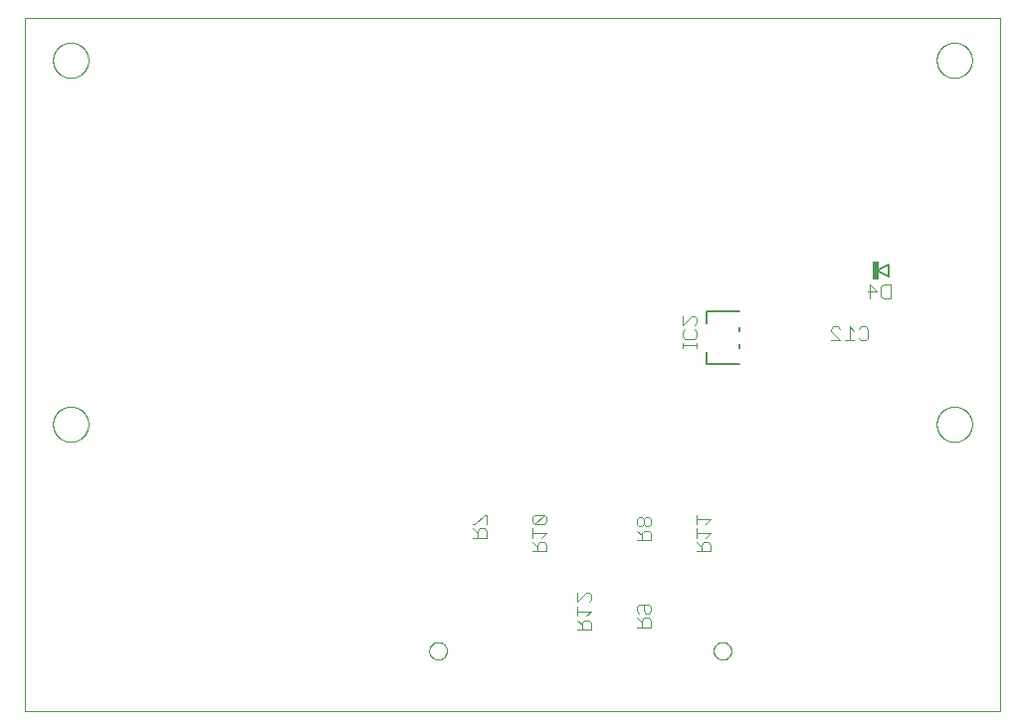
<source format=gbo>
G75*
%MOIN*%
%OFA0B0*%
%FSLAX25Y25*%
%IPPOS*%
%LPD*%
%AMOC8*
5,1,8,0,0,1.08239X$1,22.5*
%
%ADD10C,0.00000*%
%ADD11C,0.00400*%
%ADD12C,0.00800*%
%ADD13R,0.02400X0.06200*%
%ADD14C,0.00600*%
D10*
X0001500Y0001500D02*
X0001500Y0233783D01*
X0328272Y0233783D01*
X0328272Y0001500D01*
X0001500Y0001500D01*
X0011094Y0097500D02*
X0011096Y0097653D01*
X0011102Y0097807D01*
X0011112Y0097960D01*
X0011126Y0098112D01*
X0011144Y0098265D01*
X0011166Y0098416D01*
X0011191Y0098567D01*
X0011221Y0098718D01*
X0011255Y0098868D01*
X0011292Y0099016D01*
X0011333Y0099164D01*
X0011378Y0099310D01*
X0011427Y0099456D01*
X0011480Y0099600D01*
X0011536Y0099742D01*
X0011596Y0099883D01*
X0011660Y0100023D01*
X0011727Y0100161D01*
X0011798Y0100297D01*
X0011873Y0100431D01*
X0011950Y0100563D01*
X0012032Y0100693D01*
X0012116Y0100821D01*
X0012204Y0100947D01*
X0012295Y0101070D01*
X0012389Y0101191D01*
X0012487Y0101309D01*
X0012587Y0101425D01*
X0012691Y0101538D01*
X0012797Y0101649D01*
X0012906Y0101757D01*
X0013018Y0101862D01*
X0013132Y0101963D01*
X0013250Y0102062D01*
X0013369Y0102158D01*
X0013491Y0102251D01*
X0013616Y0102340D01*
X0013743Y0102427D01*
X0013872Y0102509D01*
X0014003Y0102589D01*
X0014136Y0102665D01*
X0014271Y0102738D01*
X0014408Y0102807D01*
X0014547Y0102872D01*
X0014687Y0102934D01*
X0014829Y0102992D01*
X0014972Y0103047D01*
X0015117Y0103098D01*
X0015263Y0103145D01*
X0015410Y0103188D01*
X0015558Y0103227D01*
X0015707Y0103263D01*
X0015857Y0103294D01*
X0016008Y0103322D01*
X0016159Y0103346D01*
X0016312Y0103366D01*
X0016464Y0103382D01*
X0016617Y0103394D01*
X0016770Y0103402D01*
X0016923Y0103406D01*
X0017077Y0103406D01*
X0017230Y0103402D01*
X0017383Y0103394D01*
X0017536Y0103382D01*
X0017688Y0103366D01*
X0017841Y0103346D01*
X0017992Y0103322D01*
X0018143Y0103294D01*
X0018293Y0103263D01*
X0018442Y0103227D01*
X0018590Y0103188D01*
X0018737Y0103145D01*
X0018883Y0103098D01*
X0019028Y0103047D01*
X0019171Y0102992D01*
X0019313Y0102934D01*
X0019453Y0102872D01*
X0019592Y0102807D01*
X0019729Y0102738D01*
X0019864Y0102665D01*
X0019997Y0102589D01*
X0020128Y0102509D01*
X0020257Y0102427D01*
X0020384Y0102340D01*
X0020509Y0102251D01*
X0020631Y0102158D01*
X0020750Y0102062D01*
X0020868Y0101963D01*
X0020982Y0101862D01*
X0021094Y0101757D01*
X0021203Y0101649D01*
X0021309Y0101538D01*
X0021413Y0101425D01*
X0021513Y0101309D01*
X0021611Y0101191D01*
X0021705Y0101070D01*
X0021796Y0100947D01*
X0021884Y0100821D01*
X0021968Y0100693D01*
X0022050Y0100563D01*
X0022127Y0100431D01*
X0022202Y0100297D01*
X0022273Y0100161D01*
X0022340Y0100023D01*
X0022404Y0099883D01*
X0022464Y0099742D01*
X0022520Y0099600D01*
X0022573Y0099456D01*
X0022622Y0099310D01*
X0022667Y0099164D01*
X0022708Y0099016D01*
X0022745Y0098868D01*
X0022779Y0098718D01*
X0022809Y0098567D01*
X0022834Y0098416D01*
X0022856Y0098265D01*
X0022874Y0098112D01*
X0022888Y0097960D01*
X0022898Y0097807D01*
X0022904Y0097653D01*
X0022906Y0097500D01*
X0022904Y0097347D01*
X0022898Y0097193D01*
X0022888Y0097040D01*
X0022874Y0096888D01*
X0022856Y0096735D01*
X0022834Y0096584D01*
X0022809Y0096433D01*
X0022779Y0096282D01*
X0022745Y0096132D01*
X0022708Y0095984D01*
X0022667Y0095836D01*
X0022622Y0095690D01*
X0022573Y0095544D01*
X0022520Y0095400D01*
X0022464Y0095258D01*
X0022404Y0095117D01*
X0022340Y0094977D01*
X0022273Y0094839D01*
X0022202Y0094703D01*
X0022127Y0094569D01*
X0022050Y0094437D01*
X0021968Y0094307D01*
X0021884Y0094179D01*
X0021796Y0094053D01*
X0021705Y0093930D01*
X0021611Y0093809D01*
X0021513Y0093691D01*
X0021413Y0093575D01*
X0021309Y0093462D01*
X0021203Y0093351D01*
X0021094Y0093243D01*
X0020982Y0093138D01*
X0020868Y0093037D01*
X0020750Y0092938D01*
X0020631Y0092842D01*
X0020509Y0092749D01*
X0020384Y0092660D01*
X0020257Y0092573D01*
X0020128Y0092491D01*
X0019997Y0092411D01*
X0019864Y0092335D01*
X0019729Y0092262D01*
X0019592Y0092193D01*
X0019453Y0092128D01*
X0019313Y0092066D01*
X0019171Y0092008D01*
X0019028Y0091953D01*
X0018883Y0091902D01*
X0018737Y0091855D01*
X0018590Y0091812D01*
X0018442Y0091773D01*
X0018293Y0091737D01*
X0018143Y0091706D01*
X0017992Y0091678D01*
X0017841Y0091654D01*
X0017688Y0091634D01*
X0017536Y0091618D01*
X0017383Y0091606D01*
X0017230Y0091598D01*
X0017077Y0091594D01*
X0016923Y0091594D01*
X0016770Y0091598D01*
X0016617Y0091606D01*
X0016464Y0091618D01*
X0016312Y0091634D01*
X0016159Y0091654D01*
X0016008Y0091678D01*
X0015857Y0091706D01*
X0015707Y0091737D01*
X0015558Y0091773D01*
X0015410Y0091812D01*
X0015263Y0091855D01*
X0015117Y0091902D01*
X0014972Y0091953D01*
X0014829Y0092008D01*
X0014687Y0092066D01*
X0014547Y0092128D01*
X0014408Y0092193D01*
X0014271Y0092262D01*
X0014136Y0092335D01*
X0014003Y0092411D01*
X0013872Y0092491D01*
X0013743Y0092573D01*
X0013616Y0092660D01*
X0013491Y0092749D01*
X0013369Y0092842D01*
X0013250Y0092938D01*
X0013132Y0093037D01*
X0013018Y0093138D01*
X0012906Y0093243D01*
X0012797Y0093351D01*
X0012691Y0093462D01*
X0012587Y0093575D01*
X0012487Y0093691D01*
X0012389Y0093809D01*
X0012295Y0093930D01*
X0012204Y0094053D01*
X0012116Y0094179D01*
X0012032Y0094307D01*
X0011950Y0094437D01*
X0011873Y0094569D01*
X0011798Y0094703D01*
X0011727Y0094839D01*
X0011660Y0094977D01*
X0011596Y0095117D01*
X0011536Y0095258D01*
X0011480Y0095400D01*
X0011427Y0095544D01*
X0011378Y0095690D01*
X0011333Y0095836D01*
X0011292Y0095984D01*
X0011255Y0096132D01*
X0011221Y0096282D01*
X0011191Y0096433D01*
X0011166Y0096584D01*
X0011144Y0096735D01*
X0011126Y0096888D01*
X0011112Y0097040D01*
X0011102Y0097193D01*
X0011096Y0097347D01*
X0011094Y0097500D01*
X0137090Y0021541D02*
X0137092Y0021649D01*
X0137098Y0021758D01*
X0137108Y0021866D01*
X0137122Y0021973D01*
X0137140Y0022080D01*
X0137161Y0022187D01*
X0137187Y0022292D01*
X0137217Y0022397D01*
X0137250Y0022500D01*
X0137287Y0022602D01*
X0137328Y0022702D01*
X0137372Y0022801D01*
X0137421Y0022899D01*
X0137472Y0022994D01*
X0137527Y0023087D01*
X0137586Y0023179D01*
X0137648Y0023268D01*
X0137713Y0023355D01*
X0137781Y0023439D01*
X0137852Y0023521D01*
X0137926Y0023600D01*
X0138003Y0023676D01*
X0138083Y0023750D01*
X0138166Y0023820D01*
X0138251Y0023888D01*
X0138338Y0023952D01*
X0138428Y0024013D01*
X0138520Y0024071D01*
X0138614Y0024125D01*
X0138710Y0024176D01*
X0138807Y0024223D01*
X0138907Y0024267D01*
X0139008Y0024307D01*
X0139110Y0024343D01*
X0139213Y0024375D01*
X0139318Y0024404D01*
X0139424Y0024428D01*
X0139530Y0024449D01*
X0139637Y0024466D01*
X0139745Y0024479D01*
X0139853Y0024488D01*
X0139962Y0024493D01*
X0140070Y0024494D01*
X0140179Y0024491D01*
X0140287Y0024484D01*
X0140395Y0024473D01*
X0140502Y0024458D01*
X0140609Y0024439D01*
X0140715Y0024416D01*
X0140820Y0024390D01*
X0140925Y0024359D01*
X0141027Y0024325D01*
X0141129Y0024287D01*
X0141229Y0024245D01*
X0141328Y0024200D01*
X0141425Y0024151D01*
X0141519Y0024098D01*
X0141612Y0024042D01*
X0141703Y0023983D01*
X0141792Y0023920D01*
X0141878Y0023855D01*
X0141962Y0023786D01*
X0142043Y0023714D01*
X0142121Y0023639D01*
X0142197Y0023561D01*
X0142270Y0023480D01*
X0142340Y0023397D01*
X0142406Y0023312D01*
X0142470Y0023224D01*
X0142530Y0023133D01*
X0142587Y0023041D01*
X0142640Y0022946D01*
X0142690Y0022850D01*
X0142736Y0022752D01*
X0142779Y0022652D01*
X0142818Y0022551D01*
X0142853Y0022448D01*
X0142885Y0022345D01*
X0142912Y0022240D01*
X0142936Y0022134D01*
X0142956Y0022027D01*
X0142972Y0021920D01*
X0142984Y0021812D01*
X0142992Y0021704D01*
X0142996Y0021595D01*
X0142996Y0021487D01*
X0142992Y0021378D01*
X0142984Y0021270D01*
X0142972Y0021162D01*
X0142956Y0021055D01*
X0142936Y0020948D01*
X0142912Y0020842D01*
X0142885Y0020737D01*
X0142853Y0020634D01*
X0142818Y0020531D01*
X0142779Y0020430D01*
X0142736Y0020330D01*
X0142690Y0020232D01*
X0142640Y0020136D01*
X0142587Y0020041D01*
X0142530Y0019949D01*
X0142470Y0019858D01*
X0142406Y0019770D01*
X0142340Y0019685D01*
X0142270Y0019602D01*
X0142197Y0019521D01*
X0142121Y0019443D01*
X0142043Y0019368D01*
X0141962Y0019296D01*
X0141878Y0019227D01*
X0141792Y0019162D01*
X0141703Y0019099D01*
X0141612Y0019040D01*
X0141520Y0018984D01*
X0141425Y0018931D01*
X0141328Y0018882D01*
X0141229Y0018837D01*
X0141129Y0018795D01*
X0141027Y0018757D01*
X0140925Y0018723D01*
X0140820Y0018692D01*
X0140715Y0018666D01*
X0140609Y0018643D01*
X0140502Y0018624D01*
X0140395Y0018609D01*
X0140287Y0018598D01*
X0140179Y0018591D01*
X0140070Y0018588D01*
X0139962Y0018589D01*
X0139853Y0018594D01*
X0139745Y0018603D01*
X0139637Y0018616D01*
X0139530Y0018633D01*
X0139424Y0018654D01*
X0139318Y0018678D01*
X0139213Y0018707D01*
X0139110Y0018739D01*
X0139008Y0018775D01*
X0138907Y0018815D01*
X0138807Y0018859D01*
X0138710Y0018906D01*
X0138614Y0018957D01*
X0138520Y0019011D01*
X0138428Y0019069D01*
X0138338Y0019130D01*
X0138251Y0019194D01*
X0138166Y0019262D01*
X0138083Y0019332D01*
X0138003Y0019406D01*
X0137926Y0019482D01*
X0137852Y0019561D01*
X0137781Y0019643D01*
X0137713Y0019727D01*
X0137648Y0019814D01*
X0137586Y0019903D01*
X0137527Y0019995D01*
X0137472Y0020088D01*
X0137421Y0020183D01*
X0137372Y0020281D01*
X0137328Y0020380D01*
X0137287Y0020480D01*
X0137250Y0020582D01*
X0137217Y0020685D01*
X0137187Y0020790D01*
X0137161Y0020895D01*
X0137140Y0021002D01*
X0137122Y0021109D01*
X0137108Y0021216D01*
X0137098Y0021324D01*
X0137092Y0021433D01*
X0137090Y0021541D01*
X0232366Y0021541D02*
X0232368Y0021649D01*
X0232374Y0021758D01*
X0232384Y0021866D01*
X0232398Y0021973D01*
X0232416Y0022080D01*
X0232437Y0022187D01*
X0232463Y0022292D01*
X0232493Y0022397D01*
X0232526Y0022500D01*
X0232563Y0022602D01*
X0232604Y0022702D01*
X0232648Y0022801D01*
X0232697Y0022899D01*
X0232748Y0022994D01*
X0232803Y0023087D01*
X0232862Y0023179D01*
X0232924Y0023268D01*
X0232989Y0023355D01*
X0233057Y0023439D01*
X0233128Y0023521D01*
X0233202Y0023600D01*
X0233279Y0023676D01*
X0233359Y0023750D01*
X0233442Y0023820D01*
X0233527Y0023888D01*
X0233614Y0023952D01*
X0233704Y0024013D01*
X0233796Y0024071D01*
X0233890Y0024125D01*
X0233986Y0024176D01*
X0234083Y0024223D01*
X0234183Y0024267D01*
X0234284Y0024307D01*
X0234386Y0024343D01*
X0234489Y0024375D01*
X0234594Y0024404D01*
X0234700Y0024428D01*
X0234806Y0024449D01*
X0234913Y0024466D01*
X0235021Y0024479D01*
X0235129Y0024488D01*
X0235238Y0024493D01*
X0235346Y0024494D01*
X0235455Y0024491D01*
X0235563Y0024484D01*
X0235671Y0024473D01*
X0235778Y0024458D01*
X0235885Y0024439D01*
X0235991Y0024416D01*
X0236096Y0024390D01*
X0236201Y0024359D01*
X0236303Y0024325D01*
X0236405Y0024287D01*
X0236505Y0024245D01*
X0236604Y0024200D01*
X0236701Y0024151D01*
X0236795Y0024098D01*
X0236888Y0024042D01*
X0236979Y0023983D01*
X0237068Y0023920D01*
X0237154Y0023855D01*
X0237238Y0023786D01*
X0237319Y0023714D01*
X0237397Y0023639D01*
X0237473Y0023561D01*
X0237546Y0023480D01*
X0237616Y0023397D01*
X0237682Y0023312D01*
X0237746Y0023224D01*
X0237806Y0023133D01*
X0237863Y0023041D01*
X0237916Y0022946D01*
X0237966Y0022850D01*
X0238012Y0022752D01*
X0238055Y0022652D01*
X0238094Y0022551D01*
X0238129Y0022448D01*
X0238161Y0022345D01*
X0238188Y0022240D01*
X0238212Y0022134D01*
X0238232Y0022027D01*
X0238248Y0021920D01*
X0238260Y0021812D01*
X0238268Y0021704D01*
X0238272Y0021595D01*
X0238272Y0021487D01*
X0238268Y0021378D01*
X0238260Y0021270D01*
X0238248Y0021162D01*
X0238232Y0021055D01*
X0238212Y0020948D01*
X0238188Y0020842D01*
X0238161Y0020737D01*
X0238129Y0020634D01*
X0238094Y0020531D01*
X0238055Y0020430D01*
X0238012Y0020330D01*
X0237966Y0020232D01*
X0237916Y0020136D01*
X0237863Y0020041D01*
X0237806Y0019949D01*
X0237746Y0019858D01*
X0237682Y0019770D01*
X0237616Y0019685D01*
X0237546Y0019602D01*
X0237473Y0019521D01*
X0237397Y0019443D01*
X0237319Y0019368D01*
X0237238Y0019296D01*
X0237154Y0019227D01*
X0237068Y0019162D01*
X0236979Y0019099D01*
X0236888Y0019040D01*
X0236796Y0018984D01*
X0236701Y0018931D01*
X0236604Y0018882D01*
X0236505Y0018837D01*
X0236405Y0018795D01*
X0236303Y0018757D01*
X0236201Y0018723D01*
X0236096Y0018692D01*
X0235991Y0018666D01*
X0235885Y0018643D01*
X0235778Y0018624D01*
X0235671Y0018609D01*
X0235563Y0018598D01*
X0235455Y0018591D01*
X0235346Y0018588D01*
X0235238Y0018589D01*
X0235129Y0018594D01*
X0235021Y0018603D01*
X0234913Y0018616D01*
X0234806Y0018633D01*
X0234700Y0018654D01*
X0234594Y0018678D01*
X0234489Y0018707D01*
X0234386Y0018739D01*
X0234284Y0018775D01*
X0234183Y0018815D01*
X0234083Y0018859D01*
X0233986Y0018906D01*
X0233890Y0018957D01*
X0233796Y0019011D01*
X0233704Y0019069D01*
X0233614Y0019130D01*
X0233527Y0019194D01*
X0233442Y0019262D01*
X0233359Y0019332D01*
X0233279Y0019406D01*
X0233202Y0019482D01*
X0233128Y0019561D01*
X0233057Y0019643D01*
X0232989Y0019727D01*
X0232924Y0019814D01*
X0232862Y0019903D01*
X0232803Y0019995D01*
X0232748Y0020088D01*
X0232697Y0020183D01*
X0232648Y0020281D01*
X0232604Y0020380D01*
X0232563Y0020480D01*
X0232526Y0020582D01*
X0232493Y0020685D01*
X0232463Y0020790D01*
X0232437Y0020895D01*
X0232416Y0021002D01*
X0232398Y0021109D01*
X0232384Y0021216D01*
X0232374Y0021324D01*
X0232368Y0021433D01*
X0232366Y0021541D01*
X0307094Y0097500D02*
X0307096Y0097653D01*
X0307102Y0097807D01*
X0307112Y0097960D01*
X0307126Y0098112D01*
X0307144Y0098265D01*
X0307166Y0098416D01*
X0307191Y0098567D01*
X0307221Y0098718D01*
X0307255Y0098868D01*
X0307292Y0099016D01*
X0307333Y0099164D01*
X0307378Y0099310D01*
X0307427Y0099456D01*
X0307480Y0099600D01*
X0307536Y0099742D01*
X0307596Y0099883D01*
X0307660Y0100023D01*
X0307727Y0100161D01*
X0307798Y0100297D01*
X0307873Y0100431D01*
X0307950Y0100563D01*
X0308032Y0100693D01*
X0308116Y0100821D01*
X0308204Y0100947D01*
X0308295Y0101070D01*
X0308389Y0101191D01*
X0308487Y0101309D01*
X0308587Y0101425D01*
X0308691Y0101538D01*
X0308797Y0101649D01*
X0308906Y0101757D01*
X0309018Y0101862D01*
X0309132Y0101963D01*
X0309250Y0102062D01*
X0309369Y0102158D01*
X0309491Y0102251D01*
X0309616Y0102340D01*
X0309743Y0102427D01*
X0309872Y0102509D01*
X0310003Y0102589D01*
X0310136Y0102665D01*
X0310271Y0102738D01*
X0310408Y0102807D01*
X0310547Y0102872D01*
X0310687Y0102934D01*
X0310829Y0102992D01*
X0310972Y0103047D01*
X0311117Y0103098D01*
X0311263Y0103145D01*
X0311410Y0103188D01*
X0311558Y0103227D01*
X0311707Y0103263D01*
X0311857Y0103294D01*
X0312008Y0103322D01*
X0312159Y0103346D01*
X0312312Y0103366D01*
X0312464Y0103382D01*
X0312617Y0103394D01*
X0312770Y0103402D01*
X0312923Y0103406D01*
X0313077Y0103406D01*
X0313230Y0103402D01*
X0313383Y0103394D01*
X0313536Y0103382D01*
X0313688Y0103366D01*
X0313841Y0103346D01*
X0313992Y0103322D01*
X0314143Y0103294D01*
X0314293Y0103263D01*
X0314442Y0103227D01*
X0314590Y0103188D01*
X0314737Y0103145D01*
X0314883Y0103098D01*
X0315028Y0103047D01*
X0315171Y0102992D01*
X0315313Y0102934D01*
X0315453Y0102872D01*
X0315592Y0102807D01*
X0315729Y0102738D01*
X0315864Y0102665D01*
X0315997Y0102589D01*
X0316128Y0102509D01*
X0316257Y0102427D01*
X0316384Y0102340D01*
X0316509Y0102251D01*
X0316631Y0102158D01*
X0316750Y0102062D01*
X0316868Y0101963D01*
X0316982Y0101862D01*
X0317094Y0101757D01*
X0317203Y0101649D01*
X0317309Y0101538D01*
X0317413Y0101425D01*
X0317513Y0101309D01*
X0317611Y0101191D01*
X0317705Y0101070D01*
X0317796Y0100947D01*
X0317884Y0100821D01*
X0317968Y0100693D01*
X0318050Y0100563D01*
X0318127Y0100431D01*
X0318202Y0100297D01*
X0318273Y0100161D01*
X0318340Y0100023D01*
X0318404Y0099883D01*
X0318464Y0099742D01*
X0318520Y0099600D01*
X0318573Y0099456D01*
X0318622Y0099310D01*
X0318667Y0099164D01*
X0318708Y0099016D01*
X0318745Y0098868D01*
X0318779Y0098718D01*
X0318809Y0098567D01*
X0318834Y0098416D01*
X0318856Y0098265D01*
X0318874Y0098112D01*
X0318888Y0097960D01*
X0318898Y0097807D01*
X0318904Y0097653D01*
X0318906Y0097500D01*
X0318904Y0097347D01*
X0318898Y0097193D01*
X0318888Y0097040D01*
X0318874Y0096888D01*
X0318856Y0096735D01*
X0318834Y0096584D01*
X0318809Y0096433D01*
X0318779Y0096282D01*
X0318745Y0096132D01*
X0318708Y0095984D01*
X0318667Y0095836D01*
X0318622Y0095690D01*
X0318573Y0095544D01*
X0318520Y0095400D01*
X0318464Y0095258D01*
X0318404Y0095117D01*
X0318340Y0094977D01*
X0318273Y0094839D01*
X0318202Y0094703D01*
X0318127Y0094569D01*
X0318050Y0094437D01*
X0317968Y0094307D01*
X0317884Y0094179D01*
X0317796Y0094053D01*
X0317705Y0093930D01*
X0317611Y0093809D01*
X0317513Y0093691D01*
X0317413Y0093575D01*
X0317309Y0093462D01*
X0317203Y0093351D01*
X0317094Y0093243D01*
X0316982Y0093138D01*
X0316868Y0093037D01*
X0316750Y0092938D01*
X0316631Y0092842D01*
X0316509Y0092749D01*
X0316384Y0092660D01*
X0316257Y0092573D01*
X0316128Y0092491D01*
X0315997Y0092411D01*
X0315864Y0092335D01*
X0315729Y0092262D01*
X0315592Y0092193D01*
X0315453Y0092128D01*
X0315313Y0092066D01*
X0315171Y0092008D01*
X0315028Y0091953D01*
X0314883Y0091902D01*
X0314737Y0091855D01*
X0314590Y0091812D01*
X0314442Y0091773D01*
X0314293Y0091737D01*
X0314143Y0091706D01*
X0313992Y0091678D01*
X0313841Y0091654D01*
X0313688Y0091634D01*
X0313536Y0091618D01*
X0313383Y0091606D01*
X0313230Y0091598D01*
X0313077Y0091594D01*
X0312923Y0091594D01*
X0312770Y0091598D01*
X0312617Y0091606D01*
X0312464Y0091618D01*
X0312312Y0091634D01*
X0312159Y0091654D01*
X0312008Y0091678D01*
X0311857Y0091706D01*
X0311707Y0091737D01*
X0311558Y0091773D01*
X0311410Y0091812D01*
X0311263Y0091855D01*
X0311117Y0091902D01*
X0310972Y0091953D01*
X0310829Y0092008D01*
X0310687Y0092066D01*
X0310547Y0092128D01*
X0310408Y0092193D01*
X0310271Y0092262D01*
X0310136Y0092335D01*
X0310003Y0092411D01*
X0309872Y0092491D01*
X0309743Y0092573D01*
X0309616Y0092660D01*
X0309491Y0092749D01*
X0309369Y0092842D01*
X0309250Y0092938D01*
X0309132Y0093037D01*
X0309018Y0093138D01*
X0308906Y0093243D01*
X0308797Y0093351D01*
X0308691Y0093462D01*
X0308587Y0093575D01*
X0308487Y0093691D01*
X0308389Y0093809D01*
X0308295Y0093930D01*
X0308204Y0094053D01*
X0308116Y0094179D01*
X0308032Y0094307D01*
X0307950Y0094437D01*
X0307873Y0094569D01*
X0307798Y0094703D01*
X0307727Y0094839D01*
X0307660Y0094977D01*
X0307596Y0095117D01*
X0307536Y0095258D01*
X0307480Y0095400D01*
X0307427Y0095544D01*
X0307378Y0095690D01*
X0307333Y0095836D01*
X0307292Y0095984D01*
X0307255Y0096132D01*
X0307221Y0096282D01*
X0307191Y0096433D01*
X0307166Y0096584D01*
X0307144Y0096735D01*
X0307126Y0096888D01*
X0307112Y0097040D01*
X0307102Y0097193D01*
X0307096Y0097347D01*
X0307094Y0097500D01*
X0307094Y0219500D02*
X0307096Y0219653D01*
X0307102Y0219807D01*
X0307112Y0219960D01*
X0307126Y0220112D01*
X0307144Y0220265D01*
X0307166Y0220416D01*
X0307191Y0220567D01*
X0307221Y0220718D01*
X0307255Y0220868D01*
X0307292Y0221016D01*
X0307333Y0221164D01*
X0307378Y0221310D01*
X0307427Y0221456D01*
X0307480Y0221600D01*
X0307536Y0221742D01*
X0307596Y0221883D01*
X0307660Y0222023D01*
X0307727Y0222161D01*
X0307798Y0222297D01*
X0307873Y0222431D01*
X0307950Y0222563D01*
X0308032Y0222693D01*
X0308116Y0222821D01*
X0308204Y0222947D01*
X0308295Y0223070D01*
X0308389Y0223191D01*
X0308487Y0223309D01*
X0308587Y0223425D01*
X0308691Y0223538D01*
X0308797Y0223649D01*
X0308906Y0223757D01*
X0309018Y0223862D01*
X0309132Y0223963D01*
X0309250Y0224062D01*
X0309369Y0224158D01*
X0309491Y0224251D01*
X0309616Y0224340D01*
X0309743Y0224427D01*
X0309872Y0224509D01*
X0310003Y0224589D01*
X0310136Y0224665D01*
X0310271Y0224738D01*
X0310408Y0224807D01*
X0310547Y0224872D01*
X0310687Y0224934D01*
X0310829Y0224992D01*
X0310972Y0225047D01*
X0311117Y0225098D01*
X0311263Y0225145D01*
X0311410Y0225188D01*
X0311558Y0225227D01*
X0311707Y0225263D01*
X0311857Y0225294D01*
X0312008Y0225322D01*
X0312159Y0225346D01*
X0312312Y0225366D01*
X0312464Y0225382D01*
X0312617Y0225394D01*
X0312770Y0225402D01*
X0312923Y0225406D01*
X0313077Y0225406D01*
X0313230Y0225402D01*
X0313383Y0225394D01*
X0313536Y0225382D01*
X0313688Y0225366D01*
X0313841Y0225346D01*
X0313992Y0225322D01*
X0314143Y0225294D01*
X0314293Y0225263D01*
X0314442Y0225227D01*
X0314590Y0225188D01*
X0314737Y0225145D01*
X0314883Y0225098D01*
X0315028Y0225047D01*
X0315171Y0224992D01*
X0315313Y0224934D01*
X0315453Y0224872D01*
X0315592Y0224807D01*
X0315729Y0224738D01*
X0315864Y0224665D01*
X0315997Y0224589D01*
X0316128Y0224509D01*
X0316257Y0224427D01*
X0316384Y0224340D01*
X0316509Y0224251D01*
X0316631Y0224158D01*
X0316750Y0224062D01*
X0316868Y0223963D01*
X0316982Y0223862D01*
X0317094Y0223757D01*
X0317203Y0223649D01*
X0317309Y0223538D01*
X0317413Y0223425D01*
X0317513Y0223309D01*
X0317611Y0223191D01*
X0317705Y0223070D01*
X0317796Y0222947D01*
X0317884Y0222821D01*
X0317968Y0222693D01*
X0318050Y0222563D01*
X0318127Y0222431D01*
X0318202Y0222297D01*
X0318273Y0222161D01*
X0318340Y0222023D01*
X0318404Y0221883D01*
X0318464Y0221742D01*
X0318520Y0221600D01*
X0318573Y0221456D01*
X0318622Y0221310D01*
X0318667Y0221164D01*
X0318708Y0221016D01*
X0318745Y0220868D01*
X0318779Y0220718D01*
X0318809Y0220567D01*
X0318834Y0220416D01*
X0318856Y0220265D01*
X0318874Y0220112D01*
X0318888Y0219960D01*
X0318898Y0219807D01*
X0318904Y0219653D01*
X0318906Y0219500D01*
X0318904Y0219347D01*
X0318898Y0219193D01*
X0318888Y0219040D01*
X0318874Y0218888D01*
X0318856Y0218735D01*
X0318834Y0218584D01*
X0318809Y0218433D01*
X0318779Y0218282D01*
X0318745Y0218132D01*
X0318708Y0217984D01*
X0318667Y0217836D01*
X0318622Y0217690D01*
X0318573Y0217544D01*
X0318520Y0217400D01*
X0318464Y0217258D01*
X0318404Y0217117D01*
X0318340Y0216977D01*
X0318273Y0216839D01*
X0318202Y0216703D01*
X0318127Y0216569D01*
X0318050Y0216437D01*
X0317968Y0216307D01*
X0317884Y0216179D01*
X0317796Y0216053D01*
X0317705Y0215930D01*
X0317611Y0215809D01*
X0317513Y0215691D01*
X0317413Y0215575D01*
X0317309Y0215462D01*
X0317203Y0215351D01*
X0317094Y0215243D01*
X0316982Y0215138D01*
X0316868Y0215037D01*
X0316750Y0214938D01*
X0316631Y0214842D01*
X0316509Y0214749D01*
X0316384Y0214660D01*
X0316257Y0214573D01*
X0316128Y0214491D01*
X0315997Y0214411D01*
X0315864Y0214335D01*
X0315729Y0214262D01*
X0315592Y0214193D01*
X0315453Y0214128D01*
X0315313Y0214066D01*
X0315171Y0214008D01*
X0315028Y0213953D01*
X0314883Y0213902D01*
X0314737Y0213855D01*
X0314590Y0213812D01*
X0314442Y0213773D01*
X0314293Y0213737D01*
X0314143Y0213706D01*
X0313992Y0213678D01*
X0313841Y0213654D01*
X0313688Y0213634D01*
X0313536Y0213618D01*
X0313383Y0213606D01*
X0313230Y0213598D01*
X0313077Y0213594D01*
X0312923Y0213594D01*
X0312770Y0213598D01*
X0312617Y0213606D01*
X0312464Y0213618D01*
X0312312Y0213634D01*
X0312159Y0213654D01*
X0312008Y0213678D01*
X0311857Y0213706D01*
X0311707Y0213737D01*
X0311558Y0213773D01*
X0311410Y0213812D01*
X0311263Y0213855D01*
X0311117Y0213902D01*
X0310972Y0213953D01*
X0310829Y0214008D01*
X0310687Y0214066D01*
X0310547Y0214128D01*
X0310408Y0214193D01*
X0310271Y0214262D01*
X0310136Y0214335D01*
X0310003Y0214411D01*
X0309872Y0214491D01*
X0309743Y0214573D01*
X0309616Y0214660D01*
X0309491Y0214749D01*
X0309369Y0214842D01*
X0309250Y0214938D01*
X0309132Y0215037D01*
X0309018Y0215138D01*
X0308906Y0215243D01*
X0308797Y0215351D01*
X0308691Y0215462D01*
X0308587Y0215575D01*
X0308487Y0215691D01*
X0308389Y0215809D01*
X0308295Y0215930D01*
X0308204Y0216053D01*
X0308116Y0216179D01*
X0308032Y0216307D01*
X0307950Y0216437D01*
X0307873Y0216569D01*
X0307798Y0216703D01*
X0307727Y0216839D01*
X0307660Y0216977D01*
X0307596Y0217117D01*
X0307536Y0217258D01*
X0307480Y0217400D01*
X0307427Y0217544D01*
X0307378Y0217690D01*
X0307333Y0217836D01*
X0307292Y0217984D01*
X0307255Y0218132D01*
X0307221Y0218282D01*
X0307191Y0218433D01*
X0307166Y0218584D01*
X0307144Y0218735D01*
X0307126Y0218888D01*
X0307112Y0219040D01*
X0307102Y0219193D01*
X0307096Y0219347D01*
X0307094Y0219500D01*
X0011094Y0219500D02*
X0011096Y0219653D01*
X0011102Y0219807D01*
X0011112Y0219960D01*
X0011126Y0220112D01*
X0011144Y0220265D01*
X0011166Y0220416D01*
X0011191Y0220567D01*
X0011221Y0220718D01*
X0011255Y0220868D01*
X0011292Y0221016D01*
X0011333Y0221164D01*
X0011378Y0221310D01*
X0011427Y0221456D01*
X0011480Y0221600D01*
X0011536Y0221742D01*
X0011596Y0221883D01*
X0011660Y0222023D01*
X0011727Y0222161D01*
X0011798Y0222297D01*
X0011873Y0222431D01*
X0011950Y0222563D01*
X0012032Y0222693D01*
X0012116Y0222821D01*
X0012204Y0222947D01*
X0012295Y0223070D01*
X0012389Y0223191D01*
X0012487Y0223309D01*
X0012587Y0223425D01*
X0012691Y0223538D01*
X0012797Y0223649D01*
X0012906Y0223757D01*
X0013018Y0223862D01*
X0013132Y0223963D01*
X0013250Y0224062D01*
X0013369Y0224158D01*
X0013491Y0224251D01*
X0013616Y0224340D01*
X0013743Y0224427D01*
X0013872Y0224509D01*
X0014003Y0224589D01*
X0014136Y0224665D01*
X0014271Y0224738D01*
X0014408Y0224807D01*
X0014547Y0224872D01*
X0014687Y0224934D01*
X0014829Y0224992D01*
X0014972Y0225047D01*
X0015117Y0225098D01*
X0015263Y0225145D01*
X0015410Y0225188D01*
X0015558Y0225227D01*
X0015707Y0225263D01*
X0015857Y0225294D01*
X0016008Y0225322D01*
X0016159Y0225346D01*
X0016312Y0225366D01*
X0016464Y0225382D01*
X0016617Y0225394D01*
X0016770Y0225402D01*
X0016923Y0225406D01*
X0017077Y0225406D01*
X0017230Y0225402D01*
X0017383Y0225394D01*
X0017536Y0225382D01*
X0017688Y0225366D01*
X0017841Y0225346D01*
X0017992Y0225322D01*
X0018143Y0225294D01*
X0018293Y0225263D01*
X0018442Y0225227D01*
X0018590Y0225188D01*
X0018737Y0225145D01*
X0018883Y0225098D01*
X0019028Y0225047D01*
X0019171Y0224992D01*
X0019313Y0224934D01*
X0019453Y0224872D01*
X0019592Y0224807D01*
X0019729Y0224738D01*
X0019864Y0224665D01*
X0019997Y0224589D01*
X0020128Y0224509D01*
X0020257Y0224427D01*
X0020384Y0224340D01*
X0020509Y0224251D01*
X0020631Y0224158D01*
X0020750Y0224062D01*
X0020868Y0223963D01*
X0020982Y0223862D01*
X0021094Y0223757D01*
X0021203Y0223649D01*
X0021309Y0223538D01*
X0021413Y0223425D01*
X0021513Y0223309D01*
X0021611Y0223191D01*
X0021705Y0223070D01*
X0021796Y0222947D01*
X0021884Y0222821D01*
X0021968Y0222693D01*
X0022050Y0222563D01*
X0022127Y0222431D01*
X0022202Y0222297D01*
X0022273Y0222161D01*
X0022340Y0222023D01*
X0022404Y0221883D01*
X0022464Y0221742D01*
X0022520Y0221600D01*
X0022573Y0221456D01*
X0022622Y0221310D01*
X0022667Y0221164D01*
X0022708Y0221016D01*
X0022745Y0220868D01*
X0022779Y0220718D01*
X0022809Y0220567D01*
X0022834Y0220416D01*
X0022856Y0220265D01*
X0022874Y0220112D01*
X0022888Y0219960D01*
X0022898Y0219807D01*
X0022904Y0219653D01*
X0022906Y0219500D01*
X0022904Y0219347D01*
X0022898Y0219193D01*
X0022888Y0219040D01*
X0022874Y0218888D01*
X0022856Y0218735D01*
X0022834Y0218584D01*
X0022809Y0218433D01*
X0022779Y0218282D01*
X0022745Y0218132D01*
X0022708Y0217984D01*
X0022667Y0217836D01*
X0022622Y0217690D01*
X0022573Y0217544D01*
X0022520Y0217400D01*
X0022464Y0217258D01*
X0022404Y0217117D01*
X0022340Y0216977D01*
X0022273Y0216839D01*
X0022202Y0216703D01*
X0022127Y0216569D01*
X0022050Y0216437D01*
X0021968Y0216307D01*
X0021884Y0216179D01*
X0021796Y0216053D01*
X0021705Y0215930D01*
X0021611Y0215809D01*
X0021513Y0215691D01*
X0021413Y0215575D01*
X0021309Y0215462D01*
X0021203Y0215351D01*
X0021094Y0215243D01*
X0020982Y0215138D01*
X0020868Y0215037D01*
X0020750Y0214938D01*
X0020631Y0214842D01*
X0020509Y0214749D01*
X0020384Y0214660D01*
X0020257Y0214573D01*
X0020128Y0214491D01*
X0019997Y0214411D01*
X0019864Y0214335D01*
X0019729Y0214262D01*
X0019592Y0214193D01*
X0019453Y0214128D01*
X0019313Y0214066D01*
X0019171Y0214008D01*
X0019028Y0213953D01*
X0018883Y0213902D01*
X0018737Y0213855D01*
X0018590Y0213812D01*
X0018442Y0213773D01*
X0018293Y0213737D01*
X0018143Y0213706D01*
X0017992Y0213678D01*
X0017841Y0213654D01*
X0017688Y0213634D01*
X0017536Y0213618D01*
X0017383Y0213606D01*
X0017230Y0213598D01*
X0017077Y0213594D01*
X0016923Y0213594D01*
X0016770Y0213598D01*
X0016617Y0213606D01*
X0016464Y0213618D01*
X0016312Y0213634D01*
X0016159Y0213654D01*
X0016008Y0213678D01*
X0015857Y0213706D01*
X0015707Y0213737D01*
X0015558Y0213773D01*
X0015410Y0213812D01*
X0015263Y0213855D01*
X0015117Y0213902D01*
X0014972Y0213953D01*
X0014829Y0214008D01*
X0014687Y0214066D01*
X0014547Y0214128D01*
X0014408Y0214193D01*
X0014271Y0214262D01*
X0014136Y0214335D01*
X0014003Y0214411D01*
X0013872Y0214491D01*
X0013743Y0214573D01*
X0013616Y0214660D01*
X0013491Y0214749D01*
X0013369Y0214842D01*
X0013250Y0214938D01*
X0013132Y0215037D01*
X0013018Y0215138D01*
X0012906Y0215243D01*
X0012797Y0215351D01*
X0012691Y0215462D01*
X0012587Y0215575D01*
X0012487Y0215691D01*
X0012389Y0215809D01*
X0012295Y0215930D01*
X0012204Y0216053D01*
X0012116Y0216179D01*
X0012032Y0216307D01*
X0011950Y0216437D01*
X0011873Y0216569D01*
X0011798Y0216703D01*
X0011727Y0216839D01*
X0011660Y0216977D01*
X0011596Y0217117D01*
X0011536Y0217258D01*
X0011480Y0217400D01*
X0011427Y0217544D01*
X0011378Y0217690D01*
X0011333Y0217836D01*
X0011292Y0217984D01*
X0011255Y0218132D01*
X0011221Y0218282D01*
X0011191Y0218433D01*
X0011166Y0218584D01*
X0011144Y0218735D01*
X0011126Y0218888D01*
X0011112Y0219040D01*
X0011102Y0219193D01*
X0011096Y0219347D01*
X0011094Y0219500D01*
D11*
X0222035Y0133846D02*
X0222035Y0130777D01*
X0225104Y0133846D01*
X0225871Y0133846D01*
X0226639Y0133079D01*
X0226639Y0131544D01*
X0225871Y0130777D01*
X0225871Y0129243D02*
X0226639Y0128475D01*
X0226639Y0126941D01*
X0225871Y0126173D01*
X0222802Y0126173D01*
X0222035Y0126941D01*
X0222035Y0128475D01*
X0222802Y0129243D01*
X0222035Y0124639D02*
X0222035Y0123104D01*
X0222035Y0123871D02*
X0226639Y0123871D01*
X0226639Y0123104D02*
X0226639Y0124639D01*
X0271700Y0125637D02*
X0274769Y0125637D01*
X0271700Y0128706D01*
X0271700Y0129474D01*
X0272467Y0130241D01*
X0274002Y0130241D01*
X0274769Y0129474D01*
X0277839Y0130241D02*
X0277839Y0125637D01*
X0279373Y0125637D02*
X0276304Y0125637D01*
X0279373Y0128706D02*
X0277839Y0130241D01*
X0280908Y0129474D02*
X0281675Y0130241D01*
X0283210Y0130241D01*
X0283977Y0129474D01*
X0283977Y0126404D01*
X0283210Y0125637D01*
X0281675Y0125637D01*
X0280908Y0126404D01*
X0284602Y0139700D02*
X0284602Y0144304D01*
X0286904Y0142002D01*
X0283835Y0142002D01*
X0288439Y0140467D02*
X0288439Y0143537D01*
X0289206Y0144304D01*
X0291508Y0144304D01*
X0291508Y0139700D01*
X0289206Y0139700D01*
X0288439Y0140467D01*
X0226700Y0067165D02*
X0226700Y0064096D01*
X0226700Y0062561D02*
X0226700Y0059492D01*
X0226700Y0057957D02*
X0228235Y0056423D01*
X0228235Y0057190D02*
X0228235Y0054888D01*
X0226700Y0054888D02*
X0231304Y0054888D01*
X0231304Y0057190D01*
X0230537Y0057957D01*
X0229002Y0057957D01*
X0228235Y0057190D01*
X0229769Y0059492D02*
X0231304Y0061027D01*
X0226700Y0061027D01*
X0229769Y0064096D02*
X0231304Y0065631D01*
X0226700Y0065631D01*
X0211304Y0065606D02*
X0210537Y0066373D01*
X0209769Y0066373D01*
X0209002Y0065606D01*
X0209002Y0064071D01*
X0209769Y0063304D01*
X0210537Y0063304D01*
X0211304Y0064071D01*
X0211304Y0065606D01*
X0209002Y0065606D02*
X0208235Y0066373D01*
X0207467Y0066373D01*
X0206700Y0065606D01*
X0206700Y0064071D01*
X0207467Y0063304D01*
X0208235Y0063304D01*
X0209002Y0064071D01*
X0209002Y0061769D02*
X0208235Y0061002D01*
X0208235Y0058700D01*
X0208235Y0060235D02*
X0206700Y0061769D01*
X0209002Y0061769D02*
X0210537Y0061769D01*
X0211304Y0061002D01*
X0211304Y0058700D01*
X0206700Y0058700D01*
X0190537Y0040977D02*
X0191304Y0040210D01*
X0191304Y0038675D01*
X0190537Y0037908D01*
X0190537Y0040977D02*
X0189769Y0040977D01*
X0186700Y0037908D01*
X0186700Y0040977D01*
X0186700Y0036373D02*
X0186700Y0033304D01*
X0186700Y0034839D02*
X0191304Y0034839D01*
X0189769Y0033304D01*
X0189002Y0031769D02*
X0188235Y0031002D01*
X0188235Y0028700D01*
X0188235Y0030235D02*
X0186700Y0031769D01*
X0189002Y0031769D02*
X0190537Y0031769D01*
X0191304Y0031002D01*
X0191304Y0028700D01*
X0186700Y0028700D01*
X0206700Y0029492D02*
X0211304Y0029492D01*
X0211304Y0031794D01*
X0210537Y0032561D01*
X0209002Y0032561D01*
X0208235Y0031794D01*
X0208235Y0029492D01*
X0208235Y0031027D02*
X0206700Y0032561D01*
X0207467Y0034096D02*
X0206700Y0034863D01*
X0206700Y0036398D01*
X0207467Y0037165D01*
X0210537Y0037165D01*
X0211304Y0036398D01*
X0211304Y0034863D01*
X0210537Y0034096D01*
X0209769Y0034096D01*
X0209002Y0034863D01*
X0209002Y0037165D01*
X0176304Y0054888D02*
X0176304Y0057190D01*
X0175537Y0057957D01*
X0174002Y0057957D01*
X0173235Y0057190D01*
X0173235Y0054888D01*
X0173235Y0056423D02*
X0171700Y0057957D01*
X0171700Y0059492D02*
X0171700Y0062561D01*
X0171700Y0061027D02*
X0176304Y0061027D01*
X0174769Y0059492D01*
X0175537Y0064096D02*
X0172467Y0064096D01*
X0175537Y0067165D01*
X0172467Y0067165D01*
X0171700Y0066398D01*
X0171700Y0064863D01*
X0172467Y0064096D01*
X0175537Y0064096D02*
X0176304Y0064863D01*
X0176304Y0066398D01*
X0175537Y0067165D01*
X0176304Y0054888D02*
X0171700Y0054888D01*
X0156304Y0059492D02*
X0156304Y0061794D01*
X0155537Y0062561D01*
X0154002Y0062561D01*
X0153235Y0061794D01*
X0153235Y0059492D01*
X0153235Y0061027D02*
X0151700Y0062561D01*
X0151700Y0064096D02*
X0152467Y0064096D01*
X0155537Y0067165D01*
X0156304Y0067165D01*
X0156304Y0064096D01*
X0156304Y0059492D02*
X0151700Y0059492D01*
D12*
X0287031Y0149000D02*
X0290969Y0150969D01*
X0290969Y0147031D01*
X0287031Y0149000D01*
D13*
X0286800Y0149000D03*
D14*
X0240840Y0135446D02*
X0230160Y0135446D01*
X0230160Y0131278D01*
X0240872Y0130187D02*
X0240872Y0128774D01*
X0240872Y0124281D02*
X0240872Y0122869D01*
X0240840Y0117554D02*
X0230160Y0117554D01*
X0230160Y0121525D01*
M02*

</source>
